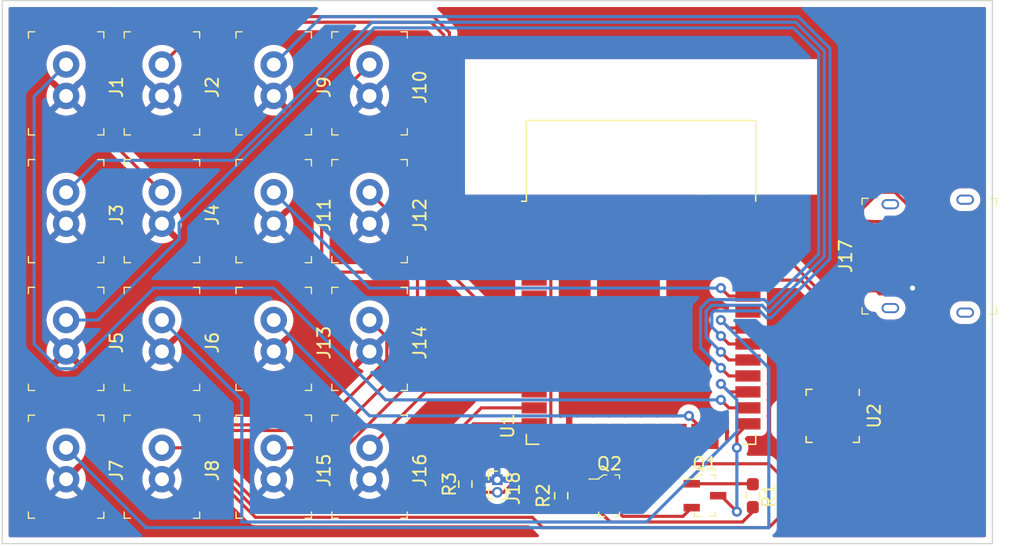
<source format=kicad_pcb>
(kicad_pcb (version 20211014) (generator pcbnew)
  (layers (0 "F.Cu" signal) (31 "B.Cu" signal) (34 "B.Paste" user) (35 "F.Paste" user) (36 "B.SilkS" user "B.Silkscreen") (37 "F.SilkS" user "F.Silkscreen") (38 "B.Mask" user) (39 "F.Mask" user) (44 "Edge.Cuts" user))
  (net 0 "")
  (net 1 "/GPIO4")
  (net 2 "GND")
  (net 3 "/GPIO22")
  (net 4 "/GPIO5")
  (net 5 "/GPIO23")
  (net 6 "/GPIO17")
  (net 7 "/GPIO16")
  (net 8 "/GPIO19")
  (net 9 "/GPIO13")
  (net 10 "/GPIO18")
  (net 11 "/GPIO14")
  (net 12 "/GPIO21")
  (net 13 "/GPIO32")
  (net 14 "/GPIO15")
  (net 15 "/GPIO12")
  (net 16 "/GPIO33")
  (net 17 "/GPIO27")
  (net 20 "Net-(J17-PadA4)")
  (net 22 "Net-(J17-PadA6)")
  (net 23 "Net-(J17-PadA7)")
  (net 35 "/GPIO0")
  (net 36 "/DTR")
  (net 37 "Net-(Q1-Pad1)")
  (net 51 "/RESET")
  (net 53 "/RXD0")
  (net 54 "/TXD0")
  (net 73 "/RTS")
  (net 74 "Net-(Q2-Pad1)")
  (net 75 "+3V3")
  (footprint "RF_Module:ESP32-WROOM-32" (layer "F.Cu") (at 101.6 83.82)
    (fp_text reference "U1" (at -10.61 8.43 90) (layer "F.SilkS"))
    (fp_text value "ESP32-WROOM-32D")
    (pad "1" smd rect (at -8.5 -8.255) (size 2 0.9) (layers "F.Cu" "F.Paste" "F.Mask") (net 2 "GND"))
    (pad "2" smd rect (at -8.5 -6.985) (size 2 0.9) (layers "F.Cu" "F.Paste" "F.Mask") (net 75 "+3V3"))
    (pad "3" smd rect (at -8.5 -5.715) (size 2 0.9) (layers "F.Cu" "F.Paste" "F.Mask") (net 51 "/RESET"))
    (pad "4" smd rect (at -8.5 -4.445) (size 2 0.9) (layers "F.Cu" "F.Paste" "F.Mask"))
    (pad "5" smd rect (at -8.5 -3.175) (size 2 0.9) (layers "F.Cu" "F.Paste" "F.Mask"))
    (pad "6" smd rect (at -8.5 -1.905) (size 2 0.9) (layers "F.Cu" "F.Paste" "F.Mask"))
    (pad "7" smd rect (at -8.5 -0.635) (size 2 0.9) (layers "F.Cu" "F.Paste" "F.Mask"))
    (pad "8" smd rect (at -8.5 0.635) (size 2 0.9) (layers "F.Cu" "F.Paste" "F.Mask") (net 13 "/GPIO32"))
    (pad "9" smd rect (at -8.5 1.905) (size 2 0.9) (layers "F.Cu" "F.Paste" "F.Mask") (net 16 "/GPIO33"))
    (pad "10" smd rect (at -8.5 3.175) (size 2 0.9) (layers "F.Cu" "F.Paste" "F.Mask"))
    (pad "11" smd rect (at -8.5 4.445) (size 2 0.9) (layers "F.Cu" "F.Paste" "F.Mask"))
    (pad "12" smd rect (at -8.5 5.715) (size 2 0.9) (layers "F.Cu" "F.Paste" "F.Mask") (net 17 "/GPIO27"))
    (pad "13" smd rect (at -8.5 6.985) (size 2 0.9) (layers "F.Cu" "F.Paste" "F.Mask") (net 11 "/GPIO14"))
    (pad "14" smd rect (at -8.5 8.255) (size 2 0.9) (layers "F.Cu" "F.Paste" "F.Mask") (net 15 "/GPIO12"))
    (pad "15" smd rect (at -5.715 9.255 90) (size 2 0.9) (layers "F.Cu" "F.Paste" "F.Mask") (net 2 "GND"))
    (pad "16" smd rect (at -4.445 9.255 90) (size 2 0.9) (layers "F.Cu" "F.Paste" "F.Mask") (net 9 "/GPIO13"))
    (pad "17" smd rect (at -3.175 9.255 90) (size 2 0.9) (layers "F.Cu" "F.Paste" "F.Mask"))
    (pad "18" smd rect (at -1.905 9.255 90) (size 2 0.9) (layers "F.Cu" "F.Paste" "F.Mask"))
    (pad "19" smd rect (at -0.635 9.255 90) (size 2 0.9) (layers "F.Cu" "F.Paste" "F.Mask"))
    (pad "20" smd rect (at 0.635 9.255 90) (size 2 0.9) (layers "F.Cu" "F.Paste" "F.Mask"))
    (pad "21" smd rect (at 1.905 9.255 90) (size 2 0.9) (layers "F.Cu" "F.Paste" "F.Mask"))
    (pad "22" smd rect (at 3.175 9.255 90) (size 2 0.9) (layers "F.Cu" "F.Paste" "F.Mask"))
    (pad "23" smd rect (at 4.445 9.255 90) (size 2 0.9) (layers "F.Cu" "F.Paste" "F.Mask") (net 14 "/GPIO15"))
    (pad "24" smd rect (at 5.715 9.255 90) (size 2 0.9) (layers "F.Cu" "F.Paste" "F.Mask"))
    (pad "25" smd rect (at 8.5 8.255) (size 2 0.9) (layers "F.Cu" "F.Paste" "F.Mask") (net 35 "/GPIO0"))
    (pad "26" smd rect (at 8.5 6.985) (size 2 0.9) (layers "F.Cu" "F.Paste" "F.Mask") (net 1 "/GPIO4"))
    (pad "27" smd rect (at 8.5 5.715) (size 2 0.9) (layers "F.Cu" "F.Paste" "F.Mask") (net 7 "/GPIO16"))
    (pad "28" smd rect (at 8.5 4.445) (size 2 0.9) (layers "F.Cu" "F.Paste" "F.Mask") (net 6 "/GPIO17"))
    (pad "29" smd rect (at 8.5 3.175) (size 2 0.9) (layers "F.Cu" "F.Paste" "F.Mask") (net 4 "/GPIO5"))
    (pad "30" smd rect (at 8.5 1.905) (size 2 0.9) (layers "F.Cu" "F.Paste" "F.Mask") (net 10 "/GPIO18"))
    (pad "31" smd rect (at 8.5 0.635) (size 2 0.9) (layers "F.Cu" "F.Paste" "F.Mask") (net 8 "/GPIO19"))
    (pad "32" smd rect (at 8.5 -0.635) (size 2 0.9) (layers "F.Cu" "F.Paste" "F.Mask"))
    (pad "33" smd rect (at 8.5 -1.905) (size 2 0.9) (layers "F.Cu" "F.Paste" "F.Mask") (net 12 "/GPIO21"))
    (pad "34" smd rect (at 8.5 -3.175) (size 2 0.9) (layers "F.Cu" "F.Paste" "F.Mask") (net 53 "/RXD0"))
    (pad "35" smd rect (at 8.5 -4.445) (size 2 0.9) (layers "F.Cu" "F.Paste" "F.Mask") (net 54 "/TXD0"))
    (pad "36" smd rect (at 8.5 -5.715) (size 2 0.9) (layers "F.Cu" "F.Paste" "F.Mask") (net 3 "/GPIO22"))
    (pad "37" smd rect (at 8.5 -6.985) (size 2 0.9) (layers "F.Cu" "F.Paste" "F.Mask") (net 5 "/GPIO23"))
    (pad "38" smd rect (at 8.5 -8.255) (size 2 0.9) (layers "F.Cu" "F.Paste" "F.Mask") (net 2 "GND"))
    (pad "39" smd rect (at -1 -0.755) (size 5 5) (layers "F.Cu" "F.Paste" "F.Mask") (net 2 "GND"))
    (zone (net 0) (net_name "") (layers *.Cu) (connect_pads (clearance 0)) (min_thickness 0.254)
      (keepout (tracks not_allowed) (vias not_allowed) (pads not_allowed) (copperpour not_allowed) (footprints not_allowed))
      (fill (thermal_gap 0.508) (thermal_bridge_width 0.508))
      (polygon (pts (xy 87.6 73.85) (xy 115.6 73.85) (xy 115.6 63.07) (xy 87.6 63.07)))
    )
  )
  (footprint "digikey-footprints:PinHeader_1x2_P2.5mm_Drill1.1mm" (layer "F.Cu") (at 72.39 63.5 -90)
    (fp_text reference "J9" (at 1.8 -4 90) (layer "F.SilkS"))
    (fp_text value "B2B-XH-A")
    (pad "1" thru_hole circle locked (at 0 0 270) (size 2.1 2.1) (drill 1.1) (layers *.Cu *.Mask) (net 10 "/GPIO18"))
    (pad "2" thru_hole circle locked (at 2.5 0 270) (size 2.1 2.1) (drill 1.1) (layers *.Cu *.Mask) (net 2 "GND"))
  )
  (footprint "digikey-footprints:PinHeader_1x2_P2.5mm_Drill1.1mm" (layer "F.Cu") (at 55.88 83.82 -90)
    (fp_text reference "J5" (at 1.8 -4 90) (layer "F.SilkS"))
    (fp_text value "B2B-XH-A")
    (pad "1" thru_hole circle locked (at 0 0 270) (size 2.1 2.1) (drill 1.1) (layers *.Cu *.Mask) (net 6 "/GPIO17"))
    (pad "2" thru_hole circle locked (at 2.5 0 270) (size 2.1 2.1) (drill 1.1) (layers *.Cu *.Mask) (net 2 "GND"))
  )
  (footprint "Resistor_SMD:R_0603_1608Metric_Pad0.98x0.95mm_HandSolder" (layer "F.Cu") (at 95.25 97.79 90)
    (fp_text reference "R2" (at 0 -1.43 90) (layer "F.SilkS"))
    (fp_text value "10K")
    (pad "1" smd roundrect (at -0.9125 0 90) (size 0.975 0.95) (layers "F.Cu" "F.Paste" "F.Mask") (net 36 "/DTR"))
    (pad "2" smd roundrect (at 0.9125 0 90) (size 0.975 0.95) (layers "F.Cu" "F.Paste" "F.Mask") (net 74 "Net-(Q2-Pad1)"))
  )
  (footprint "digikey-footprints:PinHeader_1x2_P2.5mm_Drill1.1mm" (layer "F.Cu") (at 55.88 93.98 -90)
    (fp_text reference "J7" (at 1.8 -4 90) (layer "F.SilkS"))
    (fp_text value "B2B-XH-A")
    (pad "1" thru_hole circle locked (at 0 0 270) (size 2.1 2.1) (drill 1.1) (layers *.Cu *.Mask) (net 8 "/GPIO19"))
    (pad "2" thru_hole circle locked (at 2.5 0 270) (size 2.1 2.1) (drill 1.1) (layers *.Cu *.Mask) (net 2 "GND"))
  )
  (footprint "Connector_PinHeader_1.00mm:PinHeader_1x02_P1.00mm_Vertical" (layer "F.Cu") (at 90.17 96.52)
    (fp_text reference "J18" (at 1.27 0.685 90) (layer "F.SilkS"))
    (fp_text value "Conn_01x02_Female")
    (pad "1" thru_hole rect (at 0 0) (size 0.85 0.85) (drill 0.5) (layers *.Cu *.Mask) (net 2 "GND"))
    (pad "2" thru_hole oval (at 0 1) (size 0.85 0.85) (drill 0.5) (layers *.Cu *.Mask) (net 51 "/RESET"))
  )
  (footprint "digikey-footprints:PinHeader_1x2_P2.5mm_Drill1.1mm" (layer "F.Cu") (at 63.5 83.82 -90)
    (fp_text reference "J6" (at 1.8 -4 90) (layer "F.SilkS"))
    (fp_text value "B2B-XH-A")
    (pad "1" thru_hole circle locked (at 0 0 270) (size 2.1 2.1) (drill 1.1) (layers *.Cu *.Mask) (net 7 "/GPIO16"))
    (pad "2" thru_hole circle locked (at 2.5 0 270) (size 2.1 2.1) (drill 1.1) (layers *.Cu *.Mask) (net 2 "GND"))
  )
  (footprint "Resistor_SMD:R_0603_1608Metric_Pad0.98x0.95mm_HandSolder" (layer "F.Cu") (at 110.49 97.79 90)
    (fp_text reference "R1" (at 0 1.27 90) (layer "F.SilkS"))
    (fp_text value "10K")
    (pad "1" smd roundrect (at -0.9125 0 90) (size 0.975 0.95) (layers "F.Cu" "F.Paste" "F.Mask") (net 73 "/RTS"))
    (pad "2" smd roundrect (at 0.9125 0 90) (size 0.975 0.95) (layers "F.Cu" "F.Paste" "F.Mask") (net 37 "Net-(Q1-Pad1)"))
  )
  (footprint "Resistor_SMD:R_0603_1608Metric_Pad0.98x0.95mm_HandSolder" (layer "F.Cu") (at 87.63 96.8775 -90)
    (fp_text reference "R3" (at 0 1.27 90) (layer "F.SilkS"))
    (fp_text value "10K")
    (pad "1" smd roundrect (at -0.9125 0 270) (size 0.975 0.95) (layers "F.Cu" "F.Paste" "F.Mask") (net 75 "+3V3"))
    (pad "2" smd roundrect (at 0.9125 0 270) (size 0.975 0.95) (layers "F.Cu" "F.Paste" "F.Mask") (net 51 "/RESET"))
  )
  (footprint "digikey-footprints:PinHeader_1x2_P2.5mm_Drill1.1mm" (layer "F.Cu") (at 63.5 63.5 -90)
    (fp_text reference "J2" (at 1.8 -4 90) (layer "F.SilkS"))
    (fp_text value "B2B-XH-A")
    (pad "1" thru_hole circle locked (at 0 0 270) (size 2.1 2.1) (drill 1.1) (layers *.Cu *.Mask) (net 3 "/GPIO22"))
    (pad "2" thru_hole circle locked (at 2.5 0 270) (size 2.1 2.1) (drill 1.1) (layers *.Cu *.Mask) (net 2 "GND"))
  )
  (footprint "digikey-footprints:PinHeader_1x2_P2.5mm_Drill1.1mm" (layer "F.Cu") (at 80.01 93.98 -90)
    (fp_text reference "J16" (at 1.8 -4 90) (layer "F.SilkS"))
    (fp_text value "B2B-XH-A")
    (pad "1" thru_hole circle locked (at 0 0 270) (size 2.1 2.1) (drill 1.1) (layers *.Cu *.Mask) (net 17 "/GPIO27"))
    (pad "2" thru_hole circle locked (at 2.5 0 270) (size 2.1 2.1) (drill 1.1) (layers *.Cu *.Mask) (net 2 "GND"))
  )
  (footprint "digikey-footprints:SOT-23-3" (layer "F.Cu") (at 106.68 97.79)
    (fp_text reference "Q1" (at 0 -2.54) (layer "F.SilkS"))
    (fp_text value "MMBT2222A-TP")
    (pad "1" smd rect locked (at -1.05 -0.95) (size 1.3 0.6) (layers "F.Cu" "F.Paste" "F.Mask") (net 37 "Net-(Q1-Pad1)"))
    (pad "2" smd rect locked (at -1.05 0.95) (size 1.3 0.6) (layers "F.Cu" "F.Paste" "F.Mask") (net 36 "/DTR"))
    (pad "3" smd rect locked (at 1.05 0) (size 1.3 0.6) (layers "F.Cu" "F.Paste" "F.Mask") (net 35 "/GPIO0"))
  )
  (footprint "Package_DFN_QFN:QFN-24-1EP_4x4mm_P0.5mm_EP2.6x2.6mm" (layer "F.Cu") (at 116.84 91.44 -90)
    (fp_text reference "U2" (at 0 -3.3 -270) (layer "F.SilkS"))
    (fp_text value "CP2104")
    (pad "1" smd roundrect (at -1.9375 -1.25 270) (size 0.825 0.25) (layers "F.Cu" "F.Paste" "F.Mask"))
    (pad "2" smd roundrect (at -1.9375 -0.75 270) (size 0.825 0.25) (layers "F.Cu" "F.Paste" "F.Mask") (net 2 "GND"))
    (pad "3" smd roundrect (at -1.9375 -0.25 270) (size 0.825 0.25) (layers "F.Cu" "F.Paste" "F.Mask") (net 22 "Net-(J17-PadA6)"))
    (pad "4" smd roundrect (at -1.9375 0.25 270) (size 0.825 0.25) (layers "F.Cu" "F.Paste" "F.Mask") (net 23 "Net-(J17-PadA7)"))
    (pad "5" smd roundrect (at -1.9375 0.75 270) (size 0.825 0.25) (layers "F.Cu" "F.Paste" "F.Mask"))
    (pad "6" smd roundrect (at -1.9375 1.25 270) (size 0.825 0.25) (layers "F.Cu" "F.Paste" "F.Mask"))
    (pad "7" smd roundrect (at -1.25 1.9375 270) (size 0.25 0.825) (layers "F.Cu" "F.Paste" "F.Mask"))
    (pad "8" smd roundrect (at -0.75 1.9375 270) (size 0.25 0.825) (layers "F.Cu" "F.Paste" "F.Mask") (net 20 "Net-(J17-PadA4)"))
    (pad "9" smd roundrect (at -0.25 1.9375 270) (size 0.25 0.825) (layers "F.Cu" "F.Paste" "F.Mask"))
    (pad "10" smd roundrect (at 0.25 1.9375 270) (size 0.25 0.825) (layers "F.Cu" "F.Paste" "F.Mask"))
    (pad "11" smd roundrect (at 0.75 1.9375 270) (size 0.25 0.825) (layers "F.Cu" "F.Paste" "F.Mask"))
    (pad "12" smd roundrect (at 1.25 1.9375 270) (size 0.25 0.825) (layers "F.Cu" "F.Paste" "F.Mask"))
    (pad "13" smd roundrect (at 1.9375 1.25 270) (size 0.825 0.25) (layers "F.Cu" "F.Paste" "F.Mask"))
    (pad "14" smd roundrect (at 1.9375 0.75 270) (size 0.825 0.25) (layers "F.Cu" "F.Paste" "F.Mask"))
    (pad "15" smd roundrect (at 1.9375 0.25 270) (size 0.825 0.25) (layers "F.Cu" "F.Paste" "F.Mask"))
    (pad "16" smd roundrect (at 1.9375 -0.25 270) (size 0.825 0.25) (layers "F.Cu" "F.Paste" "F.Mask"))
    (pad "17" smd roundrect (at 1.9375 -0.75 270) (size 0.825 0.25) (layers "F.Cu" "F.Paste" "F.Mask"))
    (pad "18" smd roundrect (at 1.9375 -1.25 270) (size 0.825 0.25) (layers "F.Cu" "F.Paste" "F.Mask"))
    (pad "19" smd roundrect (at 1.25 -1.9375 270) (size 0.25 0.825) (layers "F.Cu" "F.Paste" "F.Mask"))
    (pad "20" smd roundrect (at 0.75 -1.9375 270) (size 0.25 0.825) (layers "F.Cu" "F.Paste" "F.Mask") (net 54 "/TXD0"))
    (pad "21" smd roundrect (at 0.25 -1.9375 270) (size 0.25 0.825) (layers "F.Cu" "F.Paste" "F.Mask") (net 53 "/RXD0"))
    (pad "22" smd roundrect (at -0.25 -1.9375 270) (size 0.25 0.825) (layers "F.Cu" "F.Paste" "F.Mask"))
    (pad "23" smd roundrect (at -0.75 -1.9375 270) (size 0.25 0.825) (layers "F.Cu" "F.Paste" "F.Mask"))
    (pad "24" smd roundrect (at -1.25 -1.9375 270) (size 0.25 0.825) (layers "F.Cu" "F.Paste" "F.Mask"))
    (pad "25" smd rect (at 0 0 270) (size 2.6 2.6) (layers "F.Cu" "F.Mask") (net 2 "GND"))
  )
  (footprint "digikey-footprints:PinHeader_1x2_P2.5mm_Drill1.1mm" (layer "F.Cu") (at 80.01 63.5 -90)
    (fp_text reference "J10" (at 1.8 -4 90) (layer "F.SilkS"))
    (fp_text value "B2B-XH-A")
    (pad "1" thru_hole circle locked (at 0 0 270) (size 2.1 2.1) (drill 1.1) (layers *.Cu *.Mask) (net 11 "/GPIO14"))
    (pad "2" thru_hole circle locked (at 2.5 0 270) (size 2.1 2.1) (drill 1.1) (layers *.Cu *.Mask) (net 2 "GND"))
  )
  (footprint "digikey-footprints:PinHeader_1x2_P2.5mm_Drill1.1mm" (layer "F.Cu") (at 72.39 93.98 -90)
    (fp_text reference "J15" (at 1.8 -4 90) (layer "F.SilkS"))
    (fp_text value "B2B-XH-A")
    (pad "1" thru_hole circle locked (at 0 0 270) (size 2.1 2.1) (drill 1.1) (layers *.Cu *.Mask) (net 16 "/GPIO33"))
    (pad "2" thru_hole circle locked (at 2.5 0 270) (size 2.1 2.1) (drill 1.1) (layers *.Cu *.Mask) (net 2 "GND"))
  )
  (footprint "digikey-footprints:PinHeader_1x2_P2.5mm_Drill1.1mm" (layer "F.Cu") (at 80.01 73.66 -90)
    (fp_text reference "J12" (at 1.8 -4 90) (layer "F.SilkS"))
    (fp_text value "B2B-XH-A")
    (pad "1" thru_hole circle locked (at 0 0 270) (size 2.1 2.1) (drill 1.1) (layers *.Cu *.Mask) (net 13 "/GPIO32"))
    (pad "2" thru_hole circle locked (at 2.5 0 270) (size 2.1 2.1) (drill 1.1) (layers *.Cu *.Mask) (net 2 "GND"))
  )
  (footprint "digikey-footprints:PinHeader_1x2_P2.5mm_Drill1.1mm" (layer "F.Cu") (at 72.39 83.82 -90)
    (fp_text reference "J13" (at 1.8 -4 90) (layer "F.SilkS"))
    (fp_text value "B2B-XH-A")
    (pad "1" thru_hole circle locked (at 0 0 270) (size 2.1 2.1) (drill 1.1) (layers *.Cu *.Mask) (net 14 "/GPIO15"))
    (pad "2" thru_hole circle locked (at 2.5 0 270) (size 2.1 2.1) (drill 1.1) (layers *.Cu *.Mask) (net 2 "GND"))
  )
  (footprint "digikey-footprints:PinHeader_1x2_P2.5mm_Drill1.1mm" (layer "F.Cu") (at 63.5 73.66 -90)
    (fp_text reference "J4" (at 1.8 -4 90) (layer "F.SilkS"))
    (fp_text value "B2B-XH-A")
    (pad "1" thru_hole circle locked (at 0 0 270) (size 2.1 2.1) (drill 1.1) (layers *.Cu *.Mask) (net 5 "/GPIO23"))
    (pad "2" thru_hole circle locked (at 2.5 0 270) (size 2.1 2.1) (drill 1.1) (layers *.Cu *.Mask) (net 2 "GND"))
  )
  (footprint "digikey-footprints:SOT-23-3" (layer "F.Cu") (at 99.06 97.79)
    (fp_text reference "Q2" (at 0.025 -2.54) (layer "F.SilkS"))
    (fp_text value "MMBT2222A-TP")
    (pad "1" smd rect locked (at -1.05 -0.95) (size 1.3 0.6) (layers "F.Cu" "F.Paste" "F.Mask") (net 74 "Net-(Q2-Pad1)"))
    (pad "2" smd rect locked (at -1.05 0.95) (size 1.3 0.6) (layers "F.Cu" "F.Paste" "F.Mask") (net 73 "/RTS"))
    (pad "3" smd rect locked (at 1.05 0) (size 1.3 0.6) (layers "F.Cu" "F.Paste" "F.Mask") (net 51 "/RESET"))
  )
  (footprint "digikey-footprints:PinHeader_1x2_P2.5mm_Drill1.1mm" (layer "F.Cu") (at 55.88 63.5 -90)
    (fp_text reference "J1" (at 1.8 -4 90) (layer "F.SilkS"))
    (fp_text value "B2B-XH-A")
    (pad "1" thru_hole circle locked (at 0 0 270) (size 2.1 2.1) (drill 1.1) (layers *.Cu *.Mask) (net 1 "/GPIO4"))
    (pad "2" thru_hole circle locked (at 2.5 0 270) (size 2.1 2.1) (drill 1.1) (layers *.Cu *.Mask) (net 2 "GND"))
  )
  (footprint "digikey-footprints:PinHeader_1x2_P2.5mm_Drill1.1mm" (layer "F.Cu") (at 63.5 93.98 -90)
    (fp_text reference "J8" (at 1.8 -4 90) (layer "F.SilkS"))
    (fp_text value "B2B-XH-A")
    (pad "1" thru_hole circle locked (at 0 0 270) (size 2.1 2.1) (drill 1.1) (layers *.Cu *.Mask) (net 9 "/GPIO13"))
    (pad "2" thru_hole circle locked (at 2.5 0 270) (size 2.1 2.1) (drill 1.1) (layers *.Cu *.Mask) (net 2 "GND"))
  )
  (footprint "digikey-footprints:PinHeader_1x2_P2.5mm_Drill1.1mm" (layer "F.Cu") (at 80.01 83.82 -90)
    (fp_text reference "J14" (at 1.8 -4 90) (layer "F.SilkS"))
    (fp_text value "B2B-XH-A")
    (pad "1" thru_hole circle locked (at 0 0 270) (size 2.1 2.1) (drill 1.1) (layers *.Cu *.Mask) (net 15 "/GPIO12"))
    (pad "2" thru_hole circle locked (at 2.5 0 270) (size 2.1 2.1) (drill 1.1) (layers *.Cu *.Mask) (net 2 "GND"))
  )
  (footprint "digikey-footprints:USB-C_Female_12401X" (layer "F.Cu") (at 120.175 78.74 90)
    (fp_text reference "J17" (at 0 -2.31 90) (layer "F.SilkS"))
    (fp_text value "USB_C_Receptacle")
    (pad "" np_thru_hole oval locked (at 3.6 0 90) (size 0.95 0.65) (drill oval 0.95 0.65) (layers *.Cu *.Mask))
    (pad "" np_thru_hole circle locked (at -3.6 0 90) (size 0.65 0.65) (drill 0.65) (layers *.Cu *.Mask))
    (pad "A1" smd rect locked (at -2.75 -0.66 90) (size 0.3 0.7) (layers "F.Cu" "F.Paste" "F.Mask") (net 2 "GND"))
    (pad "A2" smd rect locked (at -2.25 -0.66 90) (size 0.3 0.7) (layers "F.Cu" "F.Paste" "F.Mask"))
    (pad "A3" smd rect locked (at -1.75 -0.66 90) (size 0.3 0.7) (layers "F.Cu" "F.Paste" "F.Mask"))
    (pad "A4" smd rect locked (at -1.25 -0.66 90) (size 0.3 0.7) (layers "F.Cu" "F.Paste" "F.Mask") (net 20 "Net-(J17-PadA4)"))
    (pad "A5" smd rect locked (at -0.75 -0.66 90) (size 0.3 0.7) (layers "F.Cu" "F.Paste" "F.Mask"))
    (pad "A6" smd rect locked (at -0.25 -0.66 90) (size 0.3 0.7) (layers "F.Cu" "F.Paste" "F.Mask") (net 22 "Net-(J17-PadA6)"))
    (pad "A7" smd rect locked (at 0.25 -0.66 90) (size 0.3 0.7) (layers "F.Cu" "F.Paste" "F.Mask") (net 23 "Net-(J17-PadA7)"))
    (pad "A8" smd rect locked (at 0.75 -0.66 90) (size 0.3 0.7) (layers "F.Cu" "F.Paste" "F.Mask"))
    (pad "A9" smd rect locked (at 1.25 -0.66 90) (size 0.3 0.7) (layers "F.Cu" "F.Paste" "F.Mask") (net 20 "Net-(J17-PadA4)"))
    (pad "A10" smd rect locked (at 1.75 -0.66 90) (size 0.3 0.7) (layers "F.Cu" "F.Paste" "F.Mask"))
    (pad "A11" smd rect locked (at 2.25 -0.66 90) (size 0.3 0.7) (layers "F.Cu" "F.Paste" "F.Mask"))
    (pad "A12" smd rect locked (at 2.75 -0.66 90) (size 0.3 0.7) (layers "F.Cu" "F.Paste" "F.Mask") (net 2 "GND"))
    (pad "B1" smd rect locked (at 2.5 1.04 90) (size 0.3 0.7) (layers "F.Cu" "F.Paste" "F.Mask") (net 2 "GND"))
    (pad "B2" smd rect locked (at 2 1.04 90) (size 0.3 0.7) (layers "F.Cu" "F.Paste" "F.Mask"))
    (pad "B3" smd rect locked (at 1.5 1.04 90) (size 0.3 0.7) (layers "F.Cu" "F.Paste" "F.Mask"))
    (pad "B4" smd rect locked (at 1 1.04 90) (size 0.3 0.7) (layers "F.Cu" "F.Paste" "F.Mask") (net 20 "Net-(J17-PadA4)"))
    (pad "B5" smd rect locked (at 0.5 1.04 90) (size 0.3 0.7) (layers "F.Cu" "F.Paste" "F.Mask"))
    (pad "B6" smd rect locked (at 0 1.04 90) (size 0.3 0.7) (layers "F.Cu" "F.Paste" "F.Mask"))
    (pad "B7" smd rect locked (at -0.5 1.04 90) (size 0.3 0.7) (layers "F.Cu" "F.Paste" "F.Mask"))
    (pad "B8" smd rect locked (at -1 1.04 90) (size 0.3 0.7) (layers "F.Cu" "F.Paste" "F.Mask"))
    (pad "B9" smd rect locked (at -1.5 1.04 90) (size 0.3 0.7) (layers "F.Cu" "F.Paste" "F.Mask") (net 20 "Net-(J17-PadA4)"))
    (pad "B10" smd rect locked (at -2 1.04 90) (size 0.3 0.7) (layers "F.Cu" "F.Paste" "F.Mask"))
    (pad "B11" smd rect locked (at -2.5 1.04 90) (size 0.3 0.7) (layers "F.Cu" "F.Paste" "F.Mask"))
    (pad "B12" smd rect locked (at -3 1.04 90) (size 0.3 0.7) (layers "F.Cu" "F.Paste" "F.Mask") (net 2 "GND"))
    (pad "SH" thru_hole oval locked (at 4.13 1.25 90) (size 0.8 1.4) (drill oval 0.5 1.1) (layers *.Cu *.Mask))
    (pad "SH" thru_hole oval locked (at 4.49 7.2 90) (size 0.8 1.4) (drill oval 0.5 1.1) (layers *.Cu *.Mask))
    (pad "SH" thru_hole oval locked (at -4.13 1.25 90) (size 0.8 1.4) (drill oval 0.5 1.1) (layers *.Cu *.Mask))
    (pad "SH" thru_hole oval locked (at -4.49 7.2 90) (size 0.8 1.4) (drill oval 0.5 1.1) (layers *.Cu *.Mask))
  )
  (footprint "digikey-footprints:PinHeader_1x2_P2.5mm_Drill1.1mm" (layer "F.Cu") (at 72.39 73.66 -90)
    (fp_text reference "J11" (at 1.8 -4 90) (layer "F.SilkS"))
    (fp_text value "B2B-XH-A")
    (pad "1" thru_hole circle locked (at 0 0 270) (size 2.1 2.1) (drill 1.1) (layers *.Cu *.Mask) (net 12 "/GPIO21"))
    (pad "2" thru_hole circle locked (at 2.5 0 270) (size 2.1 2.1) (drill 1.1) (layers *.Cu *.Mask) (net 2 "GND"))
  )
  (footprint "digikey-footprints:PinHeader_1x2_P2.5mm_Drill1.1mm" (layer "F.Cu") (at 55.88 73.66 -90)
    (fp_text reference "J3" (at 1.8 -4 90) (layer "F.SilkS"))
    (fp_text value "B2B-XH-A")
    (pad "1" thru_hole circle locked (at 0 0 270) (size 2.1 2.1) (drill 1.1) (layers *.Cu *.Mask) (net 4 "/GPIO5"))
    (pad "2" thru_hole circle locked (at 2.5 0 270) (size 2.1 2.1) (drill 1.1) (layers *.Cu *.Mask) (net 2 "GND"))
  )
  (gr_line (start 50.8 101.6) (end 50.8 58.42) (layer "Edge.Cuts") (width 0.1))
  (gr_line (start 50.8 58.42) (end 129.54 58.42) (layer "Edge.Cuts") (width 0.1))
  (gr_line (start 129.54 101.6) (end 50.8 101.6) (layer "Edge.Cuts") (width 0.1))
  (gr_line (start 129.54 58.42) (end 129.54 101.6) (layer "Edge.Cuts") (width 0.1))
  (segment (start 108.585 90.805) (end 110.1 90.805) (width 0.25) (layer "F.Cu") (net 1))
  (segment (start 107.95 90.17) (end 108.585 90.805) (width 0.25) (layer "F.Cu") (net 1))
  (via (at 107.95 90.17) (size 0.8) (drill 0.4) (layers "F.Cu" "B.Cu") (net 1))
  (segment (start 81.28 90.17) (end 72.39 81.28) (width 0.25) (layer "B.Cu") (net 1))
  (segment (start 53.34 85.723853) (end 53.34 66.04) (width 0.25) (layer "B.Cu") (net 1))
  (segment (start 55.310658 87.694511) (end 53.34 85.723853) (width 0.25) (layer "B.Cu") (net 1))
  (segment (start 53.34 66.04) (end 55.88 63.5) (width 0.25) (layer "B.Cu") (net 1))
  (segment (start 56.449342 87.694511) (end 55.310658 87.694511) (width 0.25) (layer "B.Cu") (net 1))
  (segment (start 72.39 81.28) (end 62.863853 81.28) (width 0.25) (layer "B.Cu") (net 1))
  (segment (start 107.95 90.17) (end 81.28 90.17) (width 0.25) (layer "B.Cu") (net 1))
  (segment (start 62.863853 81.28) (end 56.449342 87.694511) (width 0.25) (layer "B.Cu") (net 1))
  (segment (start 120.965 75.99) (end 119.515 75.99) (width 0.25) (layer "F.Cu") (net 2))
  (segment (start 123.19 76.2) (end 123.19 81.28) (width 0.25) (layer "F.Cu") (net 2))
  (segment (start 117.59 89.042672) (end 117.59 88.15) (width 0.25) (layer "F.Cu") (net 2))
  (segment (start 120.565978 81.74) (end 121.215 81.74) (width 0.25) (layer "F.Cu") (net 2))
  (segment (start 121.215 81.74) (end 122.73 81.74) (width 0.25) (layer "F.Cu") (net 2))
  (segment (start 119.515 81.49) (end 120.315978 81.49) (width 0.25) (layer "F.Cu") (net 2))
  (segment (start 117.59 89.5025) (end 117.59 90.69) (width 0.25) (layer "F.Cu") (net 2))
  (segment (start 123.15 76.24) (end 123.19 76.2) (width 0.25) (layer "F.Cu") (net 2))
  (segment (start 121.215 76.24) (end 120.965 75.99) (width 0.25) (layer "F.Cu") (net 2))
  (segment (start 121.215 76.24) (end 123.15 76.24) (width 0.25) (layer "F.Cu") (net 2))
  (segment (start 117.59 88.15) (end 118.11 87.63) (width 0.25) (layer "F.Cu") (net 2))
  (segment (start 117.59 90.69) (end 116.84 91.44) (width 0.25) (layer "F.Cu") (net 2))
  (segment (start 122.73 81.74) (end 123.19 81.28) (width 0.25) (layer "F.Cu") (net 2))
  (segment (start 120.315978 81.49) (end 120.565978 81.74) (width 0.25) (layer "F.Cu") (net 2))
  (segment (start 117.59 89.5025) (end 117.59 89.042672) (width 0.25) (layer "F.Cu") (net 2))
  (via (at 123.19 81.28) (size 0.8) (drill 0.4) (layers "F.Cu" "B.Cu") (net 2))
  (segment (start 85.91048 72.973001) (end 85.91048 61.146198) (width 0.25) (layer "F.Cu") (net 3))
  (segment (start 105.803822 74.42454) (end 87.362019 74.42454) (width 0.25) (layer "F.Cu") (net 3))
  (segment (start 66.04 60.96) (end 63.5 63.5) (width 0.25) (layer "F.Cu") (net 3))
  (segment (start 108.775489 77.609511) (end 108.775489 77.396207) (width 0.25) (layer "F.Cu") (net 3))
  (segment (start 87.362019 74.42454) (end 85.91048 72.973001) (width 0.25) (layer "F.Cu") (net 3))
  (segment (start 66.04 60.13952) (end 66.04 60.96) (width 0.25) (layer "F.Cu") (net 3))
  (segment (start 110.1 78.105) (end 109.270978 78.105) (width 0.25) (layer "F.Cu") (net 3))
  (segment (start 85.91048 61.146198) (end 84.903802 60.13952) (width 0.25) (layer "F.Cu") (net 3))
  (segment (start 84.903802 60.13952) (end 66.04 60.13952) (width 0.25) (layer "F.Cu") (net 3))
  (segment (start 108.775489 77.396207) (end 105.803822 74.42454) (width 0.25) (layer "F.Cu") (net 3))
  (segment (start 109.270978 78.105) (end 108.775489 77.609511) (width 0.25) (layer "F.Cu") (net 3))
  (segment (start 108.585 86.995) (end 110.1 86.995) (width 0.25) (layer "F.Cu") (net 4))
  (segment (start 107.95 86.36) (end 108.585 86.995) (width 0.25) (layer "F.Cu") (net 4))
  (via (at 107.95 86.36) (size 0.8) (drill 0.4) (layers "F.Cu" "B.Cu") (net 4))
  (segment (start 111.76 83.184282) (end 116.17454 78.769742) (width 0.25) (layer "B.Cu") (net 4))
  (segment (start 106.775969 83.088313) (end 107.218314 82.645969) (width 0.25) (layer "B.Cu") (net 4))
  (segment (start 107.218314 82.645969) (end 111.221687 82.645969) (width 0.25) (layer "B.Cu") (net 4))
  (segment (start 69.213853 71.12) (end 58.42 71.12) (width 0.25) (layer "B.Cu") (net 4))
  (segment (start 106.775969 85.185969) (end 106.775969 83.088313) (width 0.25) (layer "B.Cu") (net 4))
  (segment (start 116.17454 78.769742) (end 116.17454 62.415427) (width 0.25) (layer "B.Cu") (net 4))
  (segment (start 111.221687 82.645969) (end 111.76 83.184282) (width 0.25) (layer "B.Cu") (net 4))
  (segment (start 58.42 71.12) (end 55.88 73.66) (width 0.25) (layer "B.Cu") (net 4))
  (segment (start 80.194333 60.13952) (end 69.213853 71.12) (width 0.25) (layer "B.Cu") (net 4))
  (segment (start 113.898633 60.13952) (end 80.194333 60.13952) (width 0.25) (layer "B.Cu") (net 4))
  (segment (start 116.17454 62.415427) (end 113.898633 60.13952) (width 0.25) (layer "B.Cu") (net 4))
  (segment (start 107.95 86.36) (end 106.775969 85.185969) (width 0.25) (layer "B.Cu") (net 4))
  (segment (start 86.36 72.786804) (end 86.36 60.96) (width 0.25) (layer "F.Cu") (net 5))
  (segment (start 85.09 59.69) (end 59.69 59.69) (width 0.25) (layer "F.Cu") (net 5))
  (segment (start 105.99002 73.97502) (end 87.548216 73.97502) (width 0.25) (layer "F.Cu") (net 5))
  (segment (start 108.85 76.835) (end 105.99002 73.97502) (width 0.25) (layer "F.Cu") (net 5))
  (segment (start 86.36 60.96) (end 85.09 59.69) (width 0.25) (layer "F.Cu") (net 5))
  (segment (start 59.69 69.85) (end 63.5 73.66) (width 0.25) (layer "F.Cu") (net 5))
  (segment (start 87.548216 73.97502) (end 86.36 72.786804) (width 0.25) (layer "F.Cu") (net 5))
  (segment (start 59.69 59.69) (end 59.69 69.85) (width 0.25) (layer "F.Cu") (net 5))
  (segment (start 110.1 76.835) (end 108.85 76.835) (width 0.25) (layer "F.Cu") (net 5))
  (segment (start 107.95 87.63) (end 108.585 88.265) (width 0.25) (layer "F.Cu") (net 6))
  (segment (start 108.585 88.265) (end 110.1 88.265) (width 0.25) (layer "F.Cu") (net 6))
  (via (at 107.95 87.63) (size 0.8) (drill 0.4) (layers "F.Cu" "B.Cu") (net 6))
  (segment (start 115.72502 78.583544) (end 115.72502 62.601624) (width 0.25) (layer "B.Cu") (net 6))
  (segment (start 107.032116 82.196449) (end 111.407885 82.196449) (width 0.25) (layer "B.Cu") (net 6))
  (segment (start 106.32645 86.00645) (end 106.32645 82.902115) (width 0.25) (layer "B.Cu") (net 6))
  (segment (start 64.874511 76.09506) (end 64.874511 77.365489) (width 0.25) (layer "B.Cu") (net 6))
  (segment (start 80.380531 60.58904) (end 64.874511 76.09506) (width 0.25) (layer "B.Cu") (net 6))
  (segment (start 111.76 82.548564) (end 115.72502 78.583544) (width 0.25) (layer "B.Cu") (net 6))
  (segment (start 106.32645 82.902115) (end 107.032116 82.196449) (width 0.25) (layer "B.Cu") (net 6))
  (segment (start 111.407885 82.196449) (end 111.76 82.548564) (width 0.25) (layer "B.Cu") (net 6))
  (segment (start 113.712436 60.58904) (end 80.380531 60.58904) (width 0.25) (layer "B.Cu") (net 6))
  (segment (start 107.95 87.63) (end 106.32645 86.00645) (width 0.25) (layer "B.Cu") (net 6))
  (segment (start 115.72502 62.601624) (end 113.712436 60.58904) (width 0.25) (layer "B.Cu") (net 6))
  (segment (start 58.42 83.82) (end 55.88 83.82) (width 0.25) (layer "B.Cu") (net 6))
  (segment (start 64.874511 77.365489) (end 58.42 83.82) (width 0.25) (layer "B.Cu") (net 6))
  (segment (start 107.95 88.9) (end 108.585 89.535) (width 0.25) (layer "F.Cu") (net 7))
  (segment (start 108.585 89.535) (end 110.1 89.535) (width 0.25) (layer "F.Cu") (net 7))
  (via (at 107.95 88.9) (size 0.8) (drill 0.4) (layers "F.Cu" "B.Cu") (net 7))
  (segment (start 107.95 88.9) (end 109.22 90.17) (width 0.25) (layer "B.Cu") (net 7))
  (segment (start 69.85 90.17) (end 63.5 83.82) (width 0.25) (layer "B.Cu") (net 7))
  (segment (start 102.04952 99.88048) (end 69.85 99.88048) (width 0.25) (layer "B.Cu") (net 7))
  (segment (start 109.22 92.71) (end 102.04952 99.88048) (width 0.25) (layer "B.Cu") (net 7))
  (segment (start 69.85 99.88048) (end 69.85 90.17) (width 0.25) (layer "B.Cu") (net 7))
  (segment (start 109.22 90.17) (end 109.22 92.71) (width 0.25) (layer "B.Cu") (net 7))
  (segment (start 108.585 84.455) (end 110.1 84.455) (width 0.25) (layer "F.Cu") (net 8))
  (segment (start 107.95 83.82) (end 108.585 84.455) (width 0.25) (layer "F.Cu") (net 8))
  (via (at 107.95 83.82) (size 0.8) (drill 0.4) (layers "F.Cu" "B.Cu") (net 8))
  (segment (start 111.76 87.63) (end 111.76 100.33) (width 0.25) (layer "B.Cu") (net 8))
  (segment (start 62.23 100.33) (end 55.88 93.98) (width 0.25) (layer "B.Cu") (net 8))
  (segment (start 111.76 100.33) (end 62.23 100.33) (width 0.25) (layer "B.Cu") (net 8))
  (segment (start 107.95 83.82) (end 111.76 87.63) (width 0.25) (layer "B.Cu") (net 8))
  (segment (start 65.404282 93.98) (end 63.5 93.98) (width 0.25) (layer "F.Cu") (net 9))
  (segment (start 97.155 93.075) (end 97.155 93.75026) (width 0.25) (layer "F.Cu") (net 9))
  (segment (start 111.76 95.25) (end 114.3 97.79) (width 0.25) (layer "F.Cu") (net 9))
  (segment (start 98.65474 95.25) (end 111.76 95.25) (width 0.25) (layer "F.Cu") (net 9))
  (segment (start 92.959704 99.50952) (end 70.933802 99.50952) (width 0.25) (layer "F.Cu") (net 9))
  (segment (start 97.155 93.75026) (end 98.65474 95.25) (width 0.25) (layer "F.Cu") (net 9))
  (segment (start 93.780184 100.33) (end 92.959704 99.50952) (width 0.25) (layer "F.Cu") (net 9))
  (segment (start 70.933802 99.50952) (end 65.404282 93.98) (width 0.25) (layer "F.Cu") (net 9))
  (segment (start 114.3 97.79) (end 111.76 100.33) (width 0.25) (layer "F.Cu") (net 9))
  (segment (start 111.76 100.33) (end 93.780184 100.33) (width 0.25) (layer "F.Cu") (net 9))
  (segment (start 107.95 85.09) (end 108.585 85.725) (width 0.25) (layer "F.Cu") (net 10))
  (segment (start 108.585 85.725) (end 110.1 85.725) (width 0.25) (layer "F.Cu") (net 10))
  (via (at 107.95 85.09) (size 0.8) (drill 0.4) (layers "F.Cu" "B.Cu") (net 10))
  (segment (start 116.62406 78.955939) (end 116.62406 62.229229) (width 0.25) (layer "B.Cu") (net 10))
  (segment (start 111.946198 83.633802) (end 116.62406 78.955939) (width 0.25) (layer "B.Cu") (net 10))
  (segment (start 76.2 59.69) (end 72.39 63.5) (width 0.25) (layer "B.Cu") (net 10))
  (segment (start 107.225489 84.365489) (end 107.225489 83.274511) (width 0.25) (layer "B.Cu") (net 10))
  (segment (start 107.404511 83.095489) (end 111.035489 83.095489) (width 0.25) (layer "B.Cu") (net 10))
  (segment (start 107.95 85.09) (end 107.225489 84.365489) (width 0.25) (layer "B.Cu") (net 10))
  (segment (start 116.62406 62.229229) (end 114.08483 59.69) (width 0.25) (layer "B.Cu") (net 10))
  (segment (start 111.573802 83.633802) (end 111.946198 83.633802) (width 0.25) (layer "B.Cu") (net 10))
  (segment (start 114.08483 59.69) (end 76.2 59.69) (width 0.25) (layer "B.Cu") (net 10))
  (segment (start 107.225489 83.274511) (end 107.404511 83.095489) (width 0.25) (layer "B.Cu") (net 10))
  (segment (start 111.035489 83.095489) (end 111.573802 83.633802) (width 0.25) (layer "B.Cu") (net 10))
  (segment (start 71.306198 98.61048) (end 66.992859 94.297141) (width 0.25) (layer "F.Cu") (net 11))
  (segment (start 81.093802 98.61048) (end 71.306198 98.61048) (width 0.25) (layer "F.Cu") (net 11))
  (segment (start 76.2 80.01) (end 76.2 67.31) (width 0.25) (layer "F.Cu") (net 11))
  (segment (start 88.899282 90.805) (end 81.093802 98.61048) (width 0.25) (layer "F.Cu") (net 11))
  (segment (start 66.992859 94.297141) (end 68.684511 92.605489) (width 0.25) (layer "F.Cu") (net 11))
  (segment (start 68.684511 92.605489) (end 77.574511 92.605489) (width 0.25) (layer "F.Cu") (net 11))
  (segment (start 83.82 86.36) (end 83.82 80.01) (width 0.25) (layer "F.Cu") (net 11))
  (segment (start 83.82 80.01) (end 76.2 80.01) (width 0.25) (layer "F.Cu") (net 11))
  (segment (start 93.1 90.805) (end 88.899282 90.805) (width 0.25) (layer "F.Cu") (net 11))
  (segment (start 77.574511 92.605489) (end 83.82 86.36) (width 0.25) (layer "F.Cu") (net 11))
  (segment (start 76.2 67.31) (end 80.01 63.5) (width 0.25) (layer "F.Cu") (net 11))
  (segment (start 107.95 81.28) (end 108.585 81.915) (width 0.25) (layer "F.Cu") (net 12))
  (segment (start 108.585 81.915) (end 110.1 81.915) (width 0.25) (layer "F.Cu") (net 12))
  (via (at 107.95 81.28) (size 0.8) (drill 0.4) (layers "F.Cu" "B.Cu") (net 12))
  (segment (start 80.01 81.28) (end 72.39 73.66) (width 0.25) (layer "B.Cu") (net 12))
  (segment (start 107.95 81.28) (end 80.01 81.28) (width 0.25) (layer "B.Cu") (net 12))
  (segment (start 90.805 84.455) (end 80.01 73.66) (width 0.25) (layer "F.Cu") (net 13))
  (segment (start 93.1 84.455) (end 90.805 84.455) (width 0.25) (layer "F.Cu") (net 13))
  (segment (start 106.045 92.075) (end 105.41 91.44) (width 0.25) (layer "F.Cu") (net 14))
  (segment (start 106.045 93.075) (end 106.045 92.075) (width 0.25) (layer "F.Cu") (net 14))
  (via (at 105.41 91.44) (size 0.8) (drill 0.4) (layers "F.Cu" "B.Cu") (net 14))
  (segment (start 80.01 91.44) (end 72.39 83.82) (width 0.25) (layer "B.Cu") (net 14))
  (segment (start 105.41 91.44) (end 80.01 91.44) (width 0.25) (layer "B.Cu") (net 14))
  (segment (start 88.265 92.075) (end 81.28 99.06) (width 0.25) (layer "F.Cu") (net 15))
  (segment (start 68.497884 92.155969) (end 76.2 92.155969) (width 0.25) (layer "F.Cu") (net 15))
  (segment (start 66.543339 94.483339) (end 71.12 99.06) (width 0.25) (layer "F.Cu") (net 15))
  (segment (start 76.2 92.155969) (end 81.384511 86.971458) (width 0.25) (layer "F.Cu") (net 15))
  (segment (start 66.673853 93.98) (end 66.543339 94.110514) (width 0.25) (layer "F.Cu") (net 15))
  (segment (start 81.384511 86.971458) (end 81.384511 85.194511) (width 0.25) (layer "F.Cu") (net 15))
  (segment (start 66.673853 93.98) (end 68.497884 92.155969) (width 0.25) (layer "F.Cu") (net 15))
  (segment (start 81.28 99.06) (end 71.12 99.06) (width 0.25) (layer "F.Cu") (net 15))
  (segment (start 66.543339 94.110514) (end 66.543339 94.483339) (width 0.25) (layer "F.Cu") (net 15))
  (segment (start 81.384511 85.194511) (end 80.01 83.82) (width 0.25) (layer "F.Cu") (net 15))
  (segment (start 93.1 92.075) (end 88.265 92.075) (width 0.25) (layer "F.Cu") (net 15))
  (segment (start 86.321147 85.725) (end 78.066147 93.98) (width 0.25) (layer "F.Cu") (net 16))
  (segment (start 78.066147 93.98) (end 72.39 93.98) (width 0.25) (layer "F.Cu") (net 16))
  (segment (start 93.1 85.725) (end 86.321147 85.725) (width 0.25) (layer "F.Cu") (net 16))
  (segment (start 93.1 89.535) (end 84.455 89.535) (width 0.25) (layer "F.Cu") (net 17))
  (segment (start 84.455 89.535) (end 80.01 93.98) (width 0.25) (layer "F.Cu") (net 17))
  (segment (start 115.367192 94.11452) (end 118.312808 94.11452) (width 0.25) (layer "F.Cu") (net 20))
  (segment (start 116.890848 81.96513) (end 118.865978 79.99) (width 0.25) (layer "F.Cu") (net 20))
  (segment (start 120.41356 92.013768) (end 120.41356 85.487842) (width 0.25) (layer "F.Cu") (net 20))
  (segment (start 114.9025 90.69) (end 114.442672 90.69) (width 0.25) (layer "F.Cu") (net 20))
  (segment (start 115.14048 93.887808) (end 115.367192 94.11452) (width 0.25) (layer "F.Cu") (net 20))
  (segment (start 114.16548 92.912808) (end 114.392192 93.13952) (width 0.25) (layer "F.Cu") (net 20))
  (segment (start 118.865978 79.99) (end 119.515 79.99) (width 0.25) (layer "F.Cu") (net 20))
  (segment (start 120.41356 85.487842) (end 116.890848 81.96513) (width 0.25) (layer "F.Cu") (net 20))
  (segment (start 114.392192 93.13952) (end 115.14048 93.13952) (width 0.25) (layer "F.Cu") (net 20))
  (segment (start 118.312808 94.11452) (end 120.41356 92.013768) (width 0.25) (layer "F.Cu") (net 20))
  (segment (start 114.16548 90.967192) (end 114.16548 92.912808) (width 0.25) (layer "F.Cu") (net 20))
  (segment (start 114.442672 90.69) (end 114.16548 90.967192) (width 0.25) (layer "F.Cu") (net 20))
  (segment (start 115.14048 93.13952) (end 115.14048 93.887808) (width 0.25) (layer "F.Cu") (net 20))
  (segment (start 117.09 89.5025) (end 117.09 88.906955) (width 0.25) (layer "F.Cu") (net 22))
  (segment (start 117.09 88.906955) (end 116.499005 88.31596) (width 0.25) (layer "F.Cu") (net 22))
  (segment (start 121.985823 73.21048) (end 120.329533 73.21048) (width 0.25) (layer "F.Cu") (net 22))
  (segment (start 118.390969 78.650709) (end 118.73026 78.99) (width 0.25) (layer "F.Cu") (net 22))
  (segment (start 112.58048 92.599243) (end 114.994798 95.01356) (width 0.25) (layer "F.Cu") (net 22))
  (segment (start 124.90952 89.086197) (end 124.90952 76.134177) (width 0.25) (layer "F.Cu") (net 22))
  (segment (start 115.180995 88.31596) (end 112.58048 90.916475) (width 0.25) (layer "F.Cu") (net 22))
  (segment (start 114.994798 95.01356) (end 118.982158 95.01356) (width 0.25) (layer "F.Cu") (net 22))
  (segment (start 112.58048 90.916475) (end 112.58048 92.599243) (width 0.25) (layer "F.Cu") (net 22))
  (segment (start 120.329533 73.21048) (end 118.390969 75.149044) (width 0.25) (layer "F.Cu") (net 22))
  (segment (start 118.982158 95.01356) (end 124.90952 89.086197) (width 0.25) (layer "F.Cu") (net 22))
  (segment (start 124.90952 76.134177) (end 121.985823 73.21048) (width 0.25) (layer "F.Cu") (net 22))
  (segment (start 118.390969 75.149044) (end 118.390969 78.650709) (width 0.25) (layer "F.Cu") (net 22))
  (segment (start 116.499005 88.31596) (end 115.180995 88.31596) (width 0.25) (layer "F.Cu") (net 22))
  (segment (start 118.73026 78.99) (end 119.515 78.99) (width 0.25) (layer "F.Cu") (net 22))
  (segment (start 121.799626 73.66) (end 120.51573 73.66) (width 0.25) (layer "F.Cu") (net 23))
  (segment (start 116.59 89.5025) (end 116.59 89.042672) (width 0.25) (layer "F.Cu") (net 23))
  (segment (start 124.46 76.320374) (end 121.799626 73.66) (width 0.25) (layer "F.Cu") (net 23))
  (segment (start 113.03 91.102672) (end 113.03 92.413045) (width 0.25) (layer "F.Cu") (net 23))
  (segment (start 115.180995 94.56404) (end 118.79596 94.56404) (width 0.25) (layer "F.Cu") (net 23))
  (segment (start 120.51573 73.66) (end 118.840489 75.335241) (width 0.25) (layer "F.Cu") (net 23))
  (segment (start 118.865978 78.49) (end 119.515 78.49) (width 0.25) (layer "F.Cu") (net 23))
  (segment (start 118.840489 75.335241) (end 118.840489 78.464511) (width 0.25) (layer "F.Cu") (net 23))
  (segment (start 116.312808 88.76548) (end 115.367192 88.76548) (width 0.25) (layer "F.Cu") (net 23))
  (segment (start 115.367192 88.76548) (end 113.03 91.102672) (width 0.25) (layer "F.Cu") (net 23))
  (segment (start 118.79596 94.56404) (end 124.46 88.9) (width 0.25) (layer "F.Cu") (net 23))
  (segment (start 118.840489 78.464511) (end 118.865978 78.49) (width 0.25) (layer "F.Cu") (net 23))
  (segment (start 116.59 89.042672) (end 116.312808 88.76548) (width 0.25) (layer "F.Cu") (net 23))
  (segment (start 113.03 92.413045) (end 115.180995 94.56404) (width 0.25) (layer "F.Cu") (net 23))
  (segment (start 124.46 88.9) (end 124.46 76.320374) (width 0.25) (layer "F.Cu") (net 23))
  (segment (start 107.95 97.79) (end 109.22 99.06) (width 0.25) (layer "F.Cu") (net 35))
  (segment (start 109.22 92.955) (end 110.1 92.075) (width 0.25) (layer "F.Cu") (net 35))
  (segment (start 107.73 97.79) (end 107.95 97.79) (width 0.25) (layer "F.Cu") (net 35))
  (segment (start 109.22 93.98) (end 109.22 92.955) (width 0.25) (layer "F.Cu") (net 35))
  (via (at 109.22 93.98) (size 0.8) (drill 0.4) (layers "F.Cu" "B.Cu") (net 35))
  (via (at 109.22 99.06) (size 0.8) (drill 0.4) (layers "F.Cu" "B.Cu") (net 35))
  (segment (start 109.22 93.98) (end 109.22 99.06) (width 0.25) (layer "B.Cu") (net 35))
  (segment (start 95.25 98.7025) (end 95.837011 98.115489) (width 0.25) (layer "F.Cu") (net 36))
  (segment (start 95.837011 98.115489) (end 98.830489 98.115489) (width 0.25) (layer "F.Cu") (net 36))
  (segment (start 98.830489 98.115489) (end 100.14596 99.43096) (width 0.25) (layer "F.Cu") (net 36))
  (segment (start 104.93904 99.43096) (end 105.63 98.74) (width 0.25) (layer "F.Cu") (net 36))
  (segment (start 100.14596 99.43096) (end 104.93904 99.43096) (width 0.25) (layer "F.Cu") (net 36))
  (segment (start 110.49 96.8775) (end 110.4525 96.84) (width 0.25) (layer "F.Cu") (net 37))
  (segment (start 110.4525 96.84) (end 105.63 96.84) (width 0.25) (layer "F.Cu") (net 37))
  (segment (start 87.63 97.79) (end 87.9 97.52) (width 0.25) (layer "F.Cu") (net 51))
  (segment (start 87.9 97.52) (end 90.17 97.52) (width 0.25) (layer "F.Cu") (net 51))
  (segment (start 94.35 78.105) (end 94.424511 78.179511) (width 0.25) (layer "F.Cu") (net 51))
  (segment (start 94.424511 93.535489) (end 94.424511 93.713533) (width 0.25) (layer "F.Cu") (net 51))
  (segment (start 93.1 78.105) (end 94.35 78.105) (width 0.25) (layer "F.Cu") (net 51))
  (segment (start 94.424511 93.535489) (end 94.424511 93.764511) (width 0.25) (layer "F.Cu") (net 51))
  (segment (start 98.019022 95.25) (end 100.11 97.340978) (width 0.25) (layer "F.Cu") (net 51))
  (segment (start 94.424511 93.764511) (end 90.669022 97.52) (width 0.25) (layer "F.Cu") (net 51))
  (segment (start 100.11 97.340978) (end 100.11 97.79) (width 0.25) (layer "F.Cu") (net 51))
  (segment (start 90.669022 97.52) (end 90.17 97.52) (width 0.25) (layer "F.Cu") (net 51))
  (segment (start 94.424511 93.713533) (end 95.960978 95.25) (width 0.25) (layer "F.Cu") (net 51))
  (segment (start 95.960978 95.25) (end 98.019022 95.25) (width 0.25) (layer "F.Cu") (net 51))
  (segment (start 94.424511 78.179511) (end 94.424511 93.535489) (width 0.25) (layer "F.Cu") (net 51))
  (segment (start 119.51452 91.55548) (end 119.51452 85.860238) (width 0.25) (layer "F.Cu") (net 53))
  (segment (start 118.7775 91.69) (end 119.38 91.69) (width 0.25) (layer "F.Cu") (net 53))
  (segment (start 119.38 91.69) (end 119.51452 91.55548) (width 0.25) (layer "F.Cu") (net 53))
  (segment (start 114.299282 80.645) (end 110.1 80.645) (width 0.25) (layer "F.Cu") (net 53))
  (segment (start 119.51452 85.860238) (end 114.299282 80.645) (width 0.25) (layer "F.Cu") (net 53))
  (segment (start 118.7775 92.19) (end 119.515717 92.19) (width 0.25) (layer "F.Cu") (net 54))
  (segment (start 119.96404 85.67404) (end 113.665 79.375) (width 0.25) (layer "F.Cu") (net 54))
  (segment (start 119.96404 91.741677) (end 119.96404 85.67404) (width 0.25) (layer "F.Cu") (net 54))
  (segment (start 119.515717 92.19) (end 119.96404 91.741677) (width 0.25) (layer "F.Cu") (net 54))
  (segment (start 113.665 79.375) (end 110.1 79.375) (width 0.25) (layer "F.Cu") (net 54))
  (segment (start 99.15048 99.88048) (end 98.01 98.74) (width 0.25) (layer "F.Cu") (net 73))
  (segment (start 110.49 99.06) (end 109.66952 99.88048) (width 0.25) (layer "F.Cu") (net 73))
  (segment (start 109.66952 99.88048) (end 99.15048 99.88048) (width 0.25) (layer "F.Cu") (net 73))
  (segment (start 110.49 98.7025) (end 110.49 99.06) (width 0.25) (layer "F.Cu") (net 73))
  (segment (start 95.2875 96.84) (end 95.25 96.8775) (width 0.25) (layer "F.Cu") (net 74))
  (segment (start 98.01 96.84) (end 95.2875 96.84) (width 0.25) (layer "F.Cu") (net 74))
  (zone (net 2) (net_name "GND") (layer "F.Cu") (connect_pads (clearance 0.508)) (min_thickness 0.254) (fill yes (thermal_gap 0.508) (thermal_bridge_width 0.508))
    (polygon (pts (xy 129.54 101.6) (xy 50.8 101.6) (xy 50.8 58.42) (xy 129.54 58.42)))
  )
  (zone (net 2) (net_name "GND") (layer "B.Cu") (connect_pads (clearance 0.508)) (min_thickness 0.254) (fill yes (thermal_gap 0.508) (thermal_bridge_width 0.508))
    (polygon (pts (xy 129.54 101.6) (xy 50.8 101.6) (xy 50.8 58.42) (xy 129.54 58.42)))
  )
)
</source>
